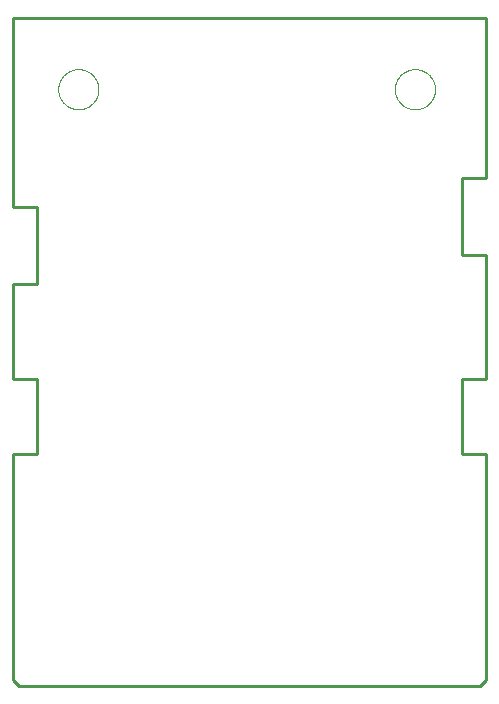
<source format=gko>
G75*
%MOIN*%
%OFA0B0*%
%FSLAX25Y25*%
%IPPOS*%
%LPD*%
%AMOC8*
5,1,8,0,0,1.08239X$1,22.5*
%
%ADD10C,0.01000*%
%ADD11C,0.00000*%
D10*
X0214059Y0005108D02*
X0216028Y0003140D01*
X0369571Y0003140D01*
X0371539Y0005108D01*
X0371539Y0080305D01*
X0363665Y0080305D01*
X0363665Y0105502D01*
X0371539Y0105502D01*
X0371539Y0146841D01*
X0363665Y0146841D01*
X0363665Y0172431D01*
X0371539Y0172431D01*
X0371539Y0225581D01*
X0214059Y0225581D01*
X0214059Y0162589D01*
X0221933Y0162589D01*
X0221933Y0136998D01*
X0214059Y0136998D01*
X0214059Y0105502D01*
X0221933Y0105502D01*
X0221933Y0080305D01*
X0214059Y0080305D01*
X0214059Y0005108D01*
D11*
X0229020Y0201959D02*
X0229022Y0202123D01*
X0229028Y0202287D01*
X0229038Y0202451D01*
X0229052Y0202615D01*
X0229070Y0202778D01*
X0229092Y0202941D01*
X0229119Y0203103D01*
X0229149Y0203265D01*
X0229183Y0203425D01*
X0229221Y0203585D01*
X0229262Y0203744D01*
X0229308Y0203902D01*
X0229358Y0204058D01*
X0229411Y0204214D01*
X0229468Y0204368D01*
X0229529Y0204520D01*
X0229594Y0204671D01*
X0229663Y0204821D01*
X0229735Y0204968D01*
X0229810Y0205114D01*
X0229890Y0205258D01*
X0229972Y0205400D01*
X0230058Y0205540D01*
X0230148Y0205677D01*
X0230241Y0205813D01*
X0230337Y0205946D01*
X0230437Y0206077D01*
X0230539Y0206205D01*
X0230645Y0206331D01*
X0230754Y0206454D01*
X0230866Y0206574D01*
X0230980Y0206692D01*
X0231098Y0206806D01*
X0231218Y0206918D01*
X0231341Y0207027D01*
X0231467Y0207133D01*
X0231595Y0207235D01*
X0231726Y0207335D01*
X0231859Y0207431D01*
X0231995Y0207524D01*
X0232132Y0207614D01*
X0232272Y0207700D01*
X0232414Y0207782D01*
X0232558Y0207862D01*
X0232704Y0207937D01*
X0232851Y0208009D01*
X0233001Y0208078D01*
X0233152Y0208143D01*
X0233304Y0208204D01*
X0233458Y0208261D01*
X0233614Y0208314D01*
X0233770Y0208364D01*
X0233928Y0208410D01*
X0234087Y0208451D01*
X0234247Y0208489D01*
X0234407Y0208523D01*
X0234569Y0208553D01*
X0234731Y0208580D01*
X0234894Y0208602D01*
X0235057Y0208620D01*
X0235221Y0208634D01*
X0235385Y0208644D01*
X0235549Y0208650D01*
X0235713Y0208652D01*
X0235877Y0208650D01*
X0236041Y0208644D01*
X0236205Y0208634D01*
X0236369Y0208620D01*
X0236532Y0208602D01*
X0236695Y0208580D01*
X0236857Y0208553D01*
X0237019Y0208523D01*
X0237179Y0208489D01*
X0237339Y0208451D01*
X0237498Y0208410D01*
X0237656Y0208364D01*
X0237812Y0208314D01*
X0237968Y0208261D01*
X0238122Y0208204D01*
X0238274Y0208143D01*
X0238425Y0208078D01*
X0238575Y0208009D01*
X0238722Y0207937D01*
X0238868Y0207862D01*
X0239012Y0207782D01*
X0239154Y0207700D01*
X0239294Y0207614D01*
X0239431Y0207524D01*
X0239567Y0207431D01*
X0239700Y0207335D01*
X0239831Y0207235D01*
X0239959Y0207133D01*
X0240085Y0207027D01*
X0240208Y0206918D01*
X0240328Y0206806D01*
X0240446Y0206692D01*
X0240560Y0206574D01*
X0240672Y0206454D01*
X0240781Y0206331D01*
X0240887Y0206205D01*
X0240989Y0206077D01*
X0241089Y0205946D01*
X0241185Y0205813D01*
X0241278Y0205677D01*
X0241368Y0205540D01*
X0241454Y0205400D01*
X0241536Y0205258D01*
X0241616Y0205114D01*
X0241691Y0204968D01*
X0241763Y0204821D01*
X0241832Y0204671D01*
X0241897Y0204520D01*
X0241958Y0204368D01*
X0242015Y0204214D01*
X0242068Y0204058D01*
X0242118Y0203902D01*
X0242164Y0203744D01*
X0242205Y0203585D01*
X0242243Y0203425D01*
X0242277Y0203265D01*
X0242307Y0203103D01*
X0242334Y0202941D01*
X0242356Y0202778D01*
X0242374Y0202615D01*
X0242388Y0202451D01*
X0242398Y0202287D01*
X0242404Y0202123D01*
X0242406Y0201959D01*
X0242404Y0201795D01*
X0242398Y0201631D01*
X0242388Y0201467D01*
X0242374Y0201303D01*
X0242356Y0201140D01*
X0242334Y0200977D01*
X0242307Y0200815D01*
X0242277Y0200653D01*
X0242243Y0200493D01*
X0242205Y0200333D01*
X0242164Y0200174D01*
X0242118Y0200016D01*
X0242068Y0199860D01*
X0242015Y0199704D01*
X0241958Y0199550D01*
X0241897Y0199398D01*
X0241832Y0199247D01*
X0241763Y0199097D01*
X0241691Y0198950D01*
X0241616Y0198804D01*
X0241536Y0198660D01*
X0241454Y0198518D01*
X0241368Y0198378D01*
X0241278Y0198241D01*
X0241185Y0198105D01*
X0241089Y0197972D01*
X0240989Y0197841D01*
X0240887Y0197713D01*
X0240781Y0197587D01*
X0240672Y0197464D01*
X0240560Y0197344D01*
X0240446Y0197226D01*
X0240328Y0197112D01*
X0240208Y0197000D01*
X0240085Y0196891D01*
X0239959Y0196785D01*
X0239831Y0196683D01*
X0239700Y0196583D01*
X0239567Y0196487D01*
X0239431Y0196394D01*
X0239294Y0196304D01*
X0239154Y0196218D01*
X0239012Y0196136D01*
X0238868Y0196056D01*
X0238722Y0195981D01*
X0238575Y0195909D01*
X0238425Y0195840D01*
X0238274Y0195775D01*
X0238122Y0195714D01*
X0237968Y0195657D01*
X0237812Y0195604D01*
X0237656Y0195554D01*
X0237498Y0195508D01*
X0237339Y0195467D01*
X0237179Y0195429D01*
X0237019Y0195395D01*
X0236857Y0195365D01*
X0236695Y0195338D01*
X0236532Y0195316D01*
X0236369Y0195298D01*
X0236205Y0195284D01*
X0236041Y0195274D01*
X0235877Y0195268D01*
X0235713Y0195266D01*
X0235549Y0195268D01*
X0235385Y0195274D01*
X0235221Y0195284D01*
X0235057Y0195298D01*
X0234894Y0195316D01*
X0234731Y0195338D01*
X0234569Y0195365D01*
X0234407Y0195395D01*
X0234247Y0195429D01*
X0234087Y0195467D01*
X0233928Y0195508D01*
X0233770Y0195554D01*
X0233614Y0195604D01*
X0233458Y0195657D01*
X0233304Y0195714D01*
X0233152Y0195775D01*
X0233001Y0195840D01*
X0232851Y0195909D01*
X0232704Y0195981D01*
X0232558Y0196056D01*
X0232414Y0196136D01*
X0232272Y0196218D01*
X0232132Y0196304D01*
X0231995Y0196394D01*
X0231859Y0196487D01*
X0231726Y0196583D01*
X0231595Y0196683D01*
X0231467Y0196785D01*
X0231341Y0196891D01*
X0231218Y0197000D01*
X0231098Y0197112D01*
X0230980Y0197226D01*
X0230866Y0197344D01*
X0230754Y0197464D01*
X0230645Y0197587D01*
X0230539Y0197713D01*
X0230437Y0197841D01*
X0230337Y0197972D01*
X0230241Y0198105D01*
X0230148Y0198241D01*
X0230058Y0198378D01*
X0229972Y0198518D01*
X0229890Y0198660D01*
X0229810Y0198804D01*
X0229735Y0198950D01*
X0229663Y0199097D01*
X0229594Y0199247D01*
X0229529Y0199398D01*
X0229468Y0199550D01*
X0229411Y0199704D01*
X0229358Y0199860D01*
X0229308Y0200016D01*
X0229262Y0200174D01*
X0229221Y0200333D01*
X0229183Y0200493D01*
X0229149Y0200653D01*
X0229119Y0200815D01*
X0229092Y0200977D01*
X0229070Y0201140D01*
X0229052Y0201303D01*
X0229038Y0201467D01*
X0229028Y0201631D01*
X0229022Y0201795D01*
X0229020Y0201959D01*
X0341224Y0201959D02*
X0341226Y0202123D01*
X0341232Y0202287D01*
X0341242Y0202451D01*
X0341256Y0202615D01*
X0341274Y0202778D01*
X0341296Y0202941D01*
X0341323Y0203103D01*
X0341353Y0203265D01*
X0341387Y0203425D01*
X0341425Y0203585D01*
X0341466Y0203744D01*
X0341512Y0203902D01*
X0341562Y0204058D01*
X0341615Y0204214D01*
X0341672Y0204368D01*
X0341733Y0204520D01*
X0341798Y0204671D01*
X0341867Y0204821D01*
X0341939Y0204968D01*
X0342014Y0205114D01*
X0342094Y0205258D01*
X0342176Y0205400D01*
X0342262Y0205540D01*
X0342352Y0205677D01*
X0342445Y0205813D01*
X0342541Y0205946D01*
X0342641Y0206077D01*
X0342743Y0206205D01*
X0342849Y0206331D01*
X0342958Y0206454D01*
X0343070Y0206574D01*
X0343184Y0206692D01*
X0343302Y0206806D01*
X0343422Y0206918D01*
X0343545Y0207027D01*
X0343671Y0207133D01*
X0343799Y0207235D01*
X0343930Y0207335D01*
X0344063Y0207431D01*
X0344199Y0207524D01*
X0344336Y0207614D01*
X0344476Y0207700D01*
X0344618Y0207782D01*
X0344762Y0207862D01*
X0344908Y0207937D01*
X0345055Y0208009D01*
X0345205Y0208078D01*
X0345356Y0208143D01*
X0345508Y0208204D01*
X0345662Y0208261D01*
X0345818Y0208314D01*
X0345974Y0208364D01*
X0346132Y0208410D01*
X0346291Y0208451D01*
X0346451Y0208489D01*
X0346611Y0208523D01*
X0346773Y0208553D01*
X0346935Y0208580D01*
X0347098Y0208602D01*
X0347261Y0208620D01*
X0347425Y0208634D01*
X0347589Y0208644D01*
X0347753Y0208650D01*
X0347917Y0208652D01*
X0348081Y0208650D01*
X0348245Y0208644D01*
X0348409Y0208634D01*
X0348573Y0208620D01*
X0348736Y0208602D01*
X0348899Y0208580D01*
X0349061Y0208553D01*
X0349223Y0208523D01*
X0349383Y0208489D01*
X0349543Y0208451D01*
X0349702Y0208410D01*
X0349860Y0208364D01*
X0350016Y0208314D01*
X0350172Y0208261D01*
X0350326Y0208204D01*
X0350478Y0208143D01*
X0350629Y0208078D01*
X0350779Y0208009D01*
X0350926Y0207937D01*
X0351072Y0207862D01*
X0351216Y0207782D01*
X0351358Y0207700D01*
X0351498Y0207614D01*
X0351635Y0207524D01*
X0351771Y0207431D01*
X0351904Y0207335D01*
X0352035Y0207235D01*
X0352163Y0207133D01*
X0352289Y0207027D01*
X0352412Y0206918D01*
X0352532Y0206806D01*
X0352650Y0206692D01*
X0352764Y0206574D01*
X0352876Y0206454D01*
X0352985Y0206331D01*
X0353091Y0206205D01*
X0353193Y0206077D01*
X0353293Y0205946D01*
X0353389Y0205813D01*
X0353482Y0205677D01*
X0353572Y0205540D01*
X0353658Y0205400D01*
X0353740Y0205258D01*
X0353820Y0205114D01*
X0353895Y0204968D01*
X0353967Y0204821D01*
X0354036Y0204671D01*
X0354101Y0204520D01*
X0354162Y0204368D01*
X0354219Y0204214D01*
X0354272Y0204058D01*
X0354322Y0203902D01*
X0354368Y0203744D01*
X0354409Y0203585D01*
X0354447Y0203425D01*
X0354481Y0203265D01*
X0354511Y0203103D01*
X0354538Y0202941D01*
X0354560Y0202778D01*
X0354578Y0202615D01*
X0354592Y0202451D01*
X0354602Y0202287D01*
X0354608Y0202123D01*
X0354610Y0201959D01*
X0354608Y0201795D01*
X0354602Y0201631D01*
X0354592Y0201467D01*
X0354578Y0201303D01*
X0354560Y0201140D01*
X0354538Y0200977D01*
X0354511Y0200815D01*
X0354481Y0200653D01*
X0354447Y0200493D01*
X0354409Y0200333D01*
X0354368Y0200174D01*
X0354322Y0200016D01*
X0354272Y0199860D01*
X0354219Y0199704D01*
X0354162Y0199550D01*
X0354101Y0199398D01*
X0354036Y0199247D01*
X0353967Y0199097D01*
X0353895Y0198950D01*
X0353820Y0198804D01*
X0353740Y0198660D01*
X0353658Y0198518D01*
X0353572Y0198378D01*
X0353482Y0198241D01*
X0353389Y0198105D01*
X0353293Y0197972D01*
X0353193Y0197841D01*
X0353091Y0197713D01*
X0352985Y0197587D01*
X0352876Y0197464D01*
X0352764Y0197344D01*
X0352650Y0197226D01*
X0352532Y0197112D01*
X0352412Y0197000D01*
X0352289Y0196891D01*
X0352163Y0196785D01*
X0352035Y0196683D01*
X0351904Y0196583D01*
X0351771Y0196487D01*
X0351635Y0196394D01*
X0351498Y0196304D01*
X0351358Y0196218D01*
X0351216Y0196136D01*
X0351072Y0196056D01*
X0350926Y0195981D01*
X0350779Y0195909D01*
X0350629Y0195840D01*
X0350478Y0195775D01*
X0350326Y0195714D01*
X0350172Y0195657D01*
X0350016Y0195604D01*
X0349860Y0195554D01*
X0349702Y0195508D01*
X0349543Y0195467D01*
X0349383Y0195429D01*
X0349223Y0195395D01*
X0349061Y0195365D01*
X0348899Y0195338D01*
X0348736Y0195316D01*
X0348573Y0195298D01*
X0348409Y0195284D01*
X0348245Y0195274D01*
X0348081Y0195268D01*
X0347917Y0195266D01*
X0347753Y0195268D01*
X0347589Y0195274D01*
X0347425Y0195284D01*
X0347261Y0195298D01*
X0347098Y0195316D01*
X0346935Y0195338D01*
X0346773Y0195365D01*
X0346611Y0195395D01*
X0346451Y0195429D01*
X0346291Y0195467D01*
X0346132Y0195508D01*
X0345974Y0195554D01*
X0345818Y0195604D01*
X0345662Y0195657D01*
X0345508Y0195714D01*
X0345356Y0195775D01*
X0345205Y0195840D01*
X0345055Y0195909D01*
X0344908Y0195981D01*
X0344762Y0196056D01*
X0344618Y0196136D01*
X0344476Y0196218D01*
X0344336Y0196304D01*
X0344199Y0196394D01*
X0344063Y0196487D01*
X0343930Y0196583D01*
X0343799Y0196683D01*
X0343671Y0196785D01*
X0343545Y0196891D01*
X0343422Y0197000D01*
X0343302Y0197112D01*
X0343184Y0197226D01*
X0343070Y0197344D01*
X0342958Y0197464D01*
X0342849Y0197587D01*
X0342743Y0197713D01*
X0342641Y0197841D01*
X0342541Y0197972D01*
X0342445Y0198105D01*
X0342352Y0198241D01*
X0342262Y0198378D01*
X0342176Y0198518D01*
X0342094Y0198660D01*
X0342014Y0198804D01*
X0341939Y0198950D01*
X0341867Y0199097D01*
X0341798Y0199247D01*
X0341733Y0199398D01*
X0341672Y0199550D01*
X0341615Y0199704D01*
X0341562Y0199860D01*
X0341512Y0200016D01*
X0341466Y0200174D01*
X0341425Y0200333D01*
X0341387Y0200493D01*
X0341353Y0200653D01*
X0341323Y0200815D01*
X0341296Y0200977D01*
X0341274Y0201140D01*
X0341256Y0201303D01*
X0341242Y0201467D01*
X0341232Y0201631D01*
X0341226Y0201795D01*
X0341224Y0201959D01*
M02*

</source>
